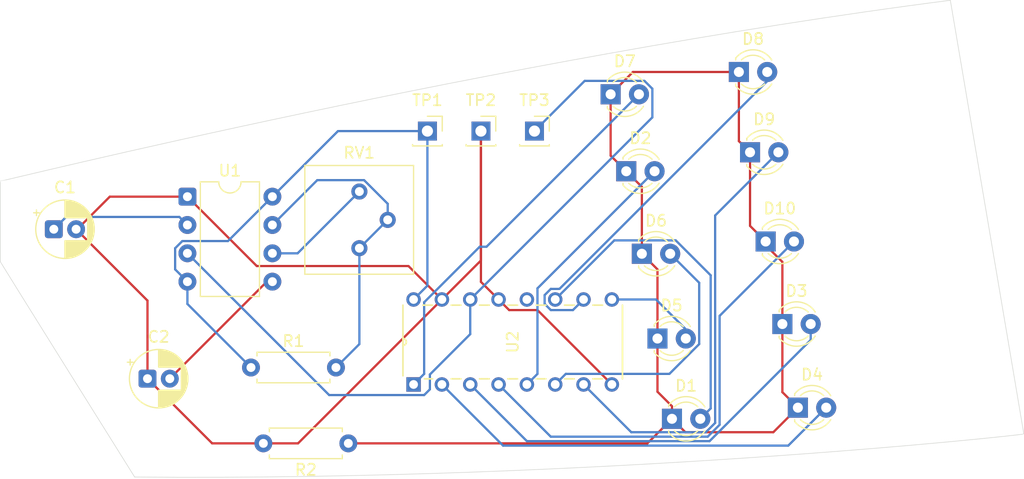
<source format=kicad_pcb>
(kicad_pcb (version 20241229) (generator "pcbnew") (generator_version "9.0")
  (layers (0 "F.Cu" signal) (2 "B.Cu" signal) (13 "F.Paste" user) (15 "B.Paste" user) (5 "F.SilkS" user "F.Silkscreen") (7 "B.SilkS" user "B.Silkscreen") (1 "F.Mask" user) (3 "B.Mask" user) (25 "Edge.Cuts" user))
  (net 0 "")
  (net 1 "TR")
  (net 2 "GND")
  (net 3 "Net-(U1-CV)")
  (net 4 "Net-(D1-A)")
  (net 5 "Net-(D1-K)")
  (net 6 "Net-(D2-A)")
  (net 7 "Net-(D3-A)")
  (net 8 "Net-(D4-A)")
  (net 9 "Net-(D5-A)")
  (net 10 "Net-(D6-A)")
  (net 11 "Net-(D7-A)")
  (net 12 "Net-(D8-A)")
  (net 13 "Net-(D9-A)")
  (net 14 "Net-(D10-A)")
  (net 15 "+5V")
  (net 16 "Net-(U1-DIS)")
  (net 17 "Net-(U1-THR)")
  (net 18 "OUT")
  (footprint "LED_THT:LED_D3.0mm" (layer "F.Cu") (at 162.93 90.9)
    (property "Reference" "D9" (at 1.27 -2.96 0) (layer "F.SilkS"))
    (property "Value" "LED")
    (pad "1" thru_hole rect (at 0 0) (size 1.8 1.8) (drill 0.9) (layers "*.Cu" "*.Mask") (net 5 "Net-(D1-K)"))
    (pad "2" thru_hole circle (at 2.54 0) (size 1.8 1.8) (drill 0.9) (layers "*.Cu" "*.Mask") (net 13 "Net-(D9-A)"))
  )
  (footprint "Connector_PinSocket_2.54mm:PinSocket_1x01_P2.54mm_Vertical" (layer "F.Cu") (at 138.8 89)
    (property "Reference" "TP2" (at 0 -2.77 0) (layer "F.SilkS"))
    (property "Value" "TestPoint")
    (pad "1" thru_hole rect (at 0 0) (size 1.7 1.7) (drill 1) (layers "*.Cu" "*.Mask") (net 2 "GND"))
  )
  (footprint "Resistor_THT:R_Axial_DIN0207_L6.3mm_D2.5mm_P7.62mm_Horizontal" (layer "F.Cu") (at 118.18 110.2)
    (property "Reference" "R1" (at 3.81 -2.37 0) (layer "F.SilkS"))
    (property "Value" "1k")
    (pad "1" thru_hole circle (at 0 0) (size 1.6 1.6) (drill 0.8) (layers "*.Cu" "*.Mask") (net 15 "+5V"))
    (pad "2" thru_hole circle (at 7.62 0) (size 1.6 1.6) (drill 0.8) (layers "*.Cu" "*.Mask") (net 16 "Net-(U1-DIS)"))
  )
  (footprint "Capacitor_THT:CP_Radial_D5.0mm_P2.00mm" (layer "F.Cu") (at 100.5 97.8)
    (property "Reference" "C1" (at 1 -3.75 0) (layer "F.SilkS"))
    (property "Value" "1 uF")
    (pad "1" thru_hole roundrect (at 0 0) (size 1.6 1.6) (drill 0.8) (layers "*.Cu" "*.Mask") (roundrect_rratio 0.15625) (net 1 "TR"))
    (pad "2" thru_hole circle (at 2 0) (size 1.6 1.6) (drill 0.8) (layers "*.Cu" "*.Mask") (net 2 "GND"))
  )
  (footprint "LED_THT:LED_D3.0mm" (layer "F.Cu") (at 167.22 113.8)
    (property "Reference" "D4" (at 1.27 -2.96 0) (layer "F.SilkS"))
    (property "Value" "LED")
    (pad "1" thru_hole rect (at 0 0) (size 1.8 1.8) (drill 0.9) (layers "*.Cu" "*.Mask") (net 5 "Net-(D1-K)"))
    (pad "2" thru_hole circle (at 2.54 0) (size 1.8 1.8) (drill 0.9) (layers "*.Cu" "*.Mask") (net 8 "Net-(D4-A)"))
  )
  (footprint "LED_THT:LED_D3.0mm" (layer "F.Cu") (at 155.93 114.8)
    (property "Reference" "D1" (at 1.27 -2.96 0) (layer "F.SilkS"))
    (property "Value" "LED")
    (pad "1" thru_hole rect (at 0 0) (size 1.8 1.8) (drill 0.9) (layers "*.Cu" "*.Mask") (net 5 "Net-(D1-K)"))
    (pad "2" thru_hole circle (at 2.54 0) (size 1.8 1.8) (drill 0.9) (layers "*.Cu" "*.Mask") (net 4 "Net-(D1-A)"))
  )
  (footprint "Package_DIP:DIP-8_W7.62mm" (layer "F.Cu") (at 112.48 94.88)
    (property "Reference" "U1" (at 3.81 -2.33 0) (layer "F.SilkS"))
    (property "Value" "NE555P")
    (pad "1" thru_hole roundrect (at 0 0) (size 1.6 1.6) (drill 0.8) (layers "*.Cu" "*.Mask") (roundrect_rratio 0.15625) (net 2 "GND"))
    (pad "2" thru_hole circle (at 0 2.54) (size 1.6 1.6) (drill 0.8) (layers "*.Cu" "*.Mask") (net 1 "TR"))
    (pad "3" thru_hole circle (at 0 5.08) (size 1.6 1.6) (drill 0.8) (layers "*.Cu" "*.Mask") (net 18 "OUT"))
    (pad "4" thru_hole circle (at 0 7.62) (size 1.6 1.6) (drill 0.8) (layers "*.Cu" "*.Mask") (net 15 "+5V"))
    (pad "5" thru_hole circle (at 7.62 7.62) (size 1.6 1.6) (drill 0.8) (layers "*.Cu" "*.Mask") (net 3 "Net-(U1-CV)"))
    (pad "6" thru_hole circle (at 7.62 5.08) (size 1.6 1.6) (drill 0.8) (layers "*.Cu" "*.Mask") (net 17 "Net-(U1-THR)"))
    (pad "7" thru_hole circle (at 7.62 2.54) (size 1.6 1.6) (drill 0.8) (layers "*.Cu" "*.Mask") (net 16 "Net-(U1-DIS)"))
    (pad "8" thru_hole circle (at 7.62 0) (size 1.6 1.6) (drill 0.8) (layers "*.Cu" "*.Mask") (net 15 "+5V"))
  )
  (footprint "Potentiometer_THT:Potentiometer_Bourns_3386P_Vertical" (layer "F.Cu") (at 127.9 99.5)
    (property "Reference" "RV1" (at -0.015 -8.555 0) (layer "F.SilkS"))
    (property "Value" "50k")
    (pad "1" thru_hole circle (at 0 0) (size 1.44 1.44) (drill 0.8) (layers "*.Cu" "*.Mask") (net 16 "Net-(U1-DIS)"))
    (pad "2" thru_hole circle (at 2.54 -2.54) (size 1.44 1.44) (drill 0.8) (layers "*.Cu" "*.Mask") (net 16 "Net-(U1-DIS)"))
    (pad "3" thru_hole circle (at 0 -5.08) (size 1.44 1.44) (drill 0.8) (layers "*.Cu" "*.Mask") (net 17 "Net-(U1-THR)"))
  )
  (footprint "Connector_PinSocket_2.54mm:PinSocket_1x01_P2.54mm_Vertical" (layer "F.Cu") (at 143.6 89)
    (property "Reference" "TP3" (at 0 -2.77 0) (layer "F.SilkS"))
    (property "Value" "TestPoint")
    (pad "1" thru_hole rect (at 0 0) (size 1.7 1.7) (drill 1) (layers "*.Cu" "*.Mask") (net 18 "OUT"))
  )
  (footprint "LED_THT:LED_D3.0mm" (layer "F.Cu") (at 165.83 106.3)
    (property "Reference" "D3" (at 1.27 -2.96 0) (layer "F.SilkS"))
    (property "Value" "LED")
    (pad "1" thru_hole rect (at 0 0) (size 1.8 1.8) (drill 0.9) (layers "*.Cu" "*.Mask") (net 5 "Net-(D1-K)"))
    (pad "2" thru_hole circle (at 2.54 0) (size 1.8 1.8) (drill 0.9) (layers "*.Cu" "*.Mask") (net 7 "Net-(D3-A)"))
  )
  (footprint "LED_THT:LED_D3.0mm" (layer "F.Cu") (at 154.63 107.6)
    (property "Reference" "D5" (at 1.27 -2.96 0) (layer "F.SilkS"))
    (property "Value" "LED")
    (pad "1" thru_hole rect (at 0 0) (size 1.8 1.8) (drill 0.9) (layers "*.Cu" "*.Mask") (net 5 "Net-(D1-K)"))
    (pad "2" thru_hole circle (at 2.54 0) (size 1.8 1.8) (drill 0.9) (layers "*.Cu" "*.Mask") (net 9 "Net-(D5-A)"))
  )
  (footprint "LED_THT:LED_D3.0mm" (layer "F.Cu") (at 164.33 98.9)
    (property "Reference" "D10" (at 1.27 -2.96 0) (layer "F.SilkS"))
    (property "Value" "LED")
    (pad "1" thru_hole rect (at 0 0) (size 1.8 1.8) (drill 0.9) (layers "*.Cu" "*.Mask") (net 5 "Net-(D1-K)"))
    (pad "2" thru_hole circle (at 2.54 0) (size 1.8 1.8) (drill 0.9) (layers "*.Cu" "*.Mask") (net 14 "Net-(D10-A)"))
  )
  (footprint "Connector_PinSocket_2.54mm:PinSocket_1x01_P2.54mm_Vertical" (layer "F.Cu") (at 134 89)
    (property "Reference" "TP1" (at 0 -2.77 0) (layer "F.SilkS"))
    (property "Value" "TestPoint")
    (pad "1" thru_hole rect (at 0 0) (size 1.7 1.7) (drill 1) (layers "*.Cu" "*.Mask") (net 15 "+5V"))
  )
  (footprint "Capacitor_THT:CP_Radial_D5.0mm_P2.00mm" (layer "F.Cu") (at 108.9 111.2)
    (property "Reference" "C2" (at 1 -3.75 0) (layer "F.SilkS"))
    (property "Value" "0.01 uF")
    (pad "1" thru_hole roundrect (at 0 0) (size 1.6 1.6) (drill 0.8) (layers "*.Cu" "*.Mask") (roundrect_rratio 0.15625) (net 2 "GND"))
    (pad "2" thru_hole circle (at 2 0) (size 1.6 1.6) (drill 0.8) (layers "*.Cu" "*.Mask") (net 3 "Net-(U1-CV)"))
  )
  (footprint "LED_THT:LED_D3.0mm" (layer "F.Cu") (at 151.83 92.6)
    (property "Reference" "D2" (at 1.27 -2.96 0) (layer "F.SilkS"))
    (property "Value" "LED")
    (pad "1" thru_hole rect (at 0 0) (size 1.8 1.8) (drill 0.9) (layers "*.Cu" "*.Mask") (net 5 "Net-(D1-K)"))
    (pad "2" thru_hole circle (at 2.54 0) (size 1.8 1.8) (drill 0.9) (layers "*.Cu" "*.Mask") (net 6 "Net-(D2-A)"))
  )
  (footprint "LED_THT:LED_D3.0mm" (layer "F.Cu") (at 153.23 100)
    (property "Reference" "D6" (at 1.27 -2.96 0) (layer "F.SilkS"))
    (property "Value" "LED")
    (pad "1" thru_hole rect (at 0 0) (size 1.8 1.8) (drill 0.9) (layers "*.Cu" "*.Mask") (net 5 "Net-(D1-K)"))
    (pad "2" thru_hole circle (at 2.54 0) (size 1.8 1.8) (drill 0.9) (layers "*.Cu" "*.Mask") (net 10 "Net-(D6-A)"))
  )
  (footprint "LED_THT:LED_D3.0mm" (layer "F.Cu") (at 150.43 85.7)
    (property "Reference" "D7" (at 1.27 -2.96 0) (layer "F.SilkS"))
    (property "Value" "LED")
    (pad "1" thru_hole rect (at 0 0) (size 1.8 1.8) (drill 0.9) (layers "*.Cu" "*.Mask") (net 5 "Net-(D1-K)"))
    (pad "2" thru_hole circle (at 2.54 0) (size 1.8 1.8) (drill 0.9) (layers "*.Cu" "*.Mask") (net 11 "Net-(D7-A)"))
  )
  (footprint "LED_THT:LED_D3.0mm" (layer "F.Cu") (at 161.93 83.7)
    (property "Reference" "D8" (at 1.27 -2.96 0) (layer "F.SilkS"))
    (property "Value" "LED")
    (pad "1" thru_hole rect (at 0 0) (size 1.8 1.8) (drill 0.9) (layers "*.Cu" "*.Mask") (net 5 "Net-(D1-K)"))
    (pad "2" thru_hole circle (at 2.54 0) (size 1.8 1.8) (drill 0.9) (layers "*.Cu" "*.Mask") (net 12 "Net-(D8-A)"))
  )
  (footprint "pretty]:N16" (layer "F.Cu") (at 150.54 104.1 90)
    (property "Reference" "U2" (at -3.81 -8.89 90) (layer "F.SilkS"))
    (property "Value" "4017")
    (pad "1" thru_hole rect (at -7.62 -17.78 90) (size 1.2954 1.2954) (drill 0.7874) (layers "*.Cu" "*.Mask") (net 11 "Net-(D7-A)"))
    (pad "2" thru_hole circle (at -7.62 -15.24 90) (size 1.2954 1.2954) (drill 0.7874) (layers "*.Cu" "*.Mask") (net 8 "Net-(D4-A)"))
    (pad "3" thru_hole circle (at -7.62 -12.7 90) (size 1.2954 1.2954) (drill 0.7874) (layers "*.Cu" "*.Mask") (net 7 "Net-(D3-A)"))
    (pad "4" thru_hole circle (at -7.62 -10.16 90) (size 1.2954 1.2954) (drill 0.7874) (layers "*.Cu" "*.Mask") (net 14 "Net-(D10-A)"))
    (pad "5" thru_hole circle (at -7.62 -7.62 90) (size 1.2954 1.2954) (drill 0.7874) (layers "*.Cu" "*.Mask") (net 6 "Net-(D2-A)"))
    (pad "6" thru_hole circle (at -7.62 -5.08 90) (size 1.2954 1.2954) (drill 0.7874) (layers "*.Cu" "*.Mask") (net 10 "Net-(D6-A)"))
    (pad "7" thru_hole circle (at -7.62 -2.54 90) (size 1.2954 1.2954) (drill 0.7874) (layers "*.Cu" "*.Mask") (net 13 "Net-(D9-A)"))
    (pad "8" thru_hole circle (at -7.62 0 90) (size 1.2954 1.2954) (drill 0.7874) (layers "*.Cu" "*.Mask") (net 2 "GND"))
    (pad "9" thru_hole circle (at 0 0 90) (size 1.2954 1.2954) (drill 0.7874) (layers "*.Cu" "*.Mask") (net 9 "Net-(D5-A)"))
    (pad "10" thru_hole circle (at 0 -2.54 90) (size 1.2954 1.2954) (drill 0.7874) (layers "*.Cu" "*.Mask") (net 12 "Net-(D8-A)"))
    (pad "11" thru_hole circle (at 0 -5.08 90) (size 1.2954 1.2954) (drill 0.7874) (layers "*.Cu" "*.Mask") (net 4 "Net-(D1-A)"))
    (pad "12" thru_hole circle (at 0 -7.62 90) (size 1.2954 1.2954) (drill 0.7874) (layers "*.Cu" "*.Mask"))
    (pad "13" thru_hole circle (at 0 -10.16 90) (size 1.2954 1.2954) (drill 0.7874) (layers "*.Cu" "*.Mask") (net 2 "GND"))
    (pad "14" thru_hole circle (at 0 -12.7 90) (size 1.2954 1.2954) (drill 0.7874) (layers "*.Cu" "*.Mask") (net 18 "OUT"))
    (pad "15" thru_hole circle (at 0 -15.24 90) (size 1.2954 1.2954) (drill 0.7874) (layers "*.Cu" "*.Mask") (net 2 "GND"))
    (pad "16" thru_hole circle (at 0 -17.78 90) (size 1.2954 1.2954) (drill 0.7874) (layers "*.Cu" "*.Mask") (net 15 "+5V"))
  )
  (footprint "Resistor_THT:R_Axial_DIN0207_L6.3mm_D2.5mm_P7.62mm_Horizontal" (layer "F.Cu") (at 126.91 117 180)
    (property "Reference" "R2" (at 3.81 -2.37 0) (layer "F.SilkS"))
    (property "Value" "470")
    (pad "1" thru_hole circle (at 0 0 180) (size 1.6 1.6) (drill 0.8) (layers "*.Cu" "*.Mask") (net 5 "Net-(D1-K)"))
    (pad "2" thru_hole circle (at 7.62 0 180) (size 1.6 1.6) (drill 0.8) (layers "*.Cu" "*.Mask") (net 2 "GND"))
  )
  (gr_curve (pts (xy 180.89 77.27) (xy 140.11 82.5) (xy 95.7 93.56) (xy 95.7 93.49)) (stroke (width 0.05)) (layer "Edge.Cuts"))
  (gr_curve (pts (xy 107.75 120.02) (xy 149.43 120.4) (xy 187.48 116.24) (xy 187.48 116.16)) (stroke (width 0.05)) (layer "Edge.Cuts"))
  (gr_curve (pts (xy 95.7 93.49) (xy 95.7 93.42) (xy 95.7 100.61) (xy 95.7 100.69)) (stroke (width 0.05)) (layer "Edge.Cuts"))
  (gr_curve (pts (xy 187.48 116.16) (xy 187.48 116.08) (xy 180.89 77.27) (xy 180.89 77.27)) (stroke (width 0.05)) (layer "Edge.Cuts"))
  (gr_curve (pts (xy 95.7 100.69) (xy 95.7 100.77) (xy 107.75 120.02) (xy 107.75 120.02)) (stroke (width 0.05)) (layer "Edge.Cuts"))
  (segment (start 100.5 97.8) (end 101.601 96.699) (width 0.2) (layer "B.Cu") (net 1))
  (segment (start 101.601 96.699) (end 111.759 96.699) (width 0.2) (layer "B.Cu") (net 1))
  (segment (start 111.759 96.699) (end 112.48 97.42) (width 0.2) (layer "B.Cu") (net 1))
  (segment (start 114.7 117) (end 108.9 111.2) (width 0.2) (layer "F.Cu") (net 2))
  (segment (start 140.38 104.1) (end 141.3287 105.0487) (width 0.2) (layer "F.Cu") (net 2))
  (segment (start 135.1 104.1) (end 135.1 103.6) (width 0.2) (layer "F.Cu") (net 2))
  (segment (start 135.3 104.1) (end 122.4 117) (width 0.2) (layer "F.Cu") (net 2))
  (segment (start 118.7 101.1) (end 132.3 101.1) (width 0.2) (layer "F.Cu") (net 2))
  (segment (start 138.8 100.6) (end 135.3 104.1) (width 0.2) (layer "F.Cu") (net 2))
  (segment (start 138.8 89) (end 138.8 100.6) (width 0.2) (layer "F.Cu") (net 2))
  (segment (start 105.52 94.88) (end 112.48 94.88) (width 0.2) (layer "F.Cu") (net 2))
  (segment (start 135.3 104.1) (end 135.1 104.1) (width 0.2) (layer "F.Cu") (net 2))
  (segment (start 143.8687 105.0487) (end 150.54 111.72) (width 0.2) (layer "F.Cu") (net 2))
  (segment (start 112.48 94.88) (end 118.7 101.1) (width 0.2) (layer "F.Cu") (net 2))
  (segment (start 138.8 102.52) (end 140.38 104.1) (width 0.2) (layer "F.Cu") (net 2))
  (segment (start 102.5 97.8) (end 102.6 97.8) (width 0.2) (layer "F.Cu") (net 2))
  (segment (start 102.6 97.8) (end 105.52 94.88) (width 0.2) (layer "F.Cu") (net 2))
  (segment (start 119.29 117) (end 114.7 117) (width 0.2) (layer "F.Cu") (net 2))
  (segment (start 132.3 101.1) (end 135.3 104.1) (width 0.2) (layer "F.Cu") (net 2))
  (segment (start 141.3287 105.0487) (end 143.8687 105.0487) (width 0.2) (layer "F.Cu") (net 2))
  (segment (start 138.8 89) (end 138.8 102.52) (width 0.2) (layer "F.Cu") (net 2))
  (segment (start 122.4 117) (end 119.29 117) (width 0.2) (layer "F.Cu") (net 2))
  (segment (start 108.9 111.2) (end 108.9 104.2) (width 0.2) (layer "F.Cu") (net 2))
  (segment (start 108.9 104.2) (end 102.5 97.8) (width 0.2) (layer "F.Cu") (net 2))
  (segment (start 110.9 111.2) (end 119.6 102.5) (width 0.2) (layer "F.Cu") (net 3))
  (segment (start 119.6 102.5) (end 120.1 102.5) (width 0.2) (layer "F.Cu") (net 3))
  (segment (start 159.4 113.87) (end 159.4 101.931529) (width 0.2) (layer "B.Cu") (net 4))
  (segment (start 159.4 101.931529) (end 156.267471 98.799) (width 0.2) (layer "B.Cu") (net 4))
  (segment (start 150.761 98.799) (end 145.46 104.1) (width 0.2) (layer "B.Cu") (net 4))
  (segment (start 156.267471 98.799) (end 150.761 98.799) (width 0.2) (layer "B.Cu") (net 4))
  (segment (start 158.47 114.8) (end 159.4 113.87) (width 0.2) (layer "B.Cu") (net 4))
  (segment (start 165.83 106.3) (end 165.83 112.41) (width 0.2) (layer "F.Cu") (net 5))
  (segment (start 161.93 89.9) (end 162.93 90.9) (width 0.2) (layer "F.Cu") (net 5))
  (segment (start 165.83 112.41) (end 167.22 113.8) (width 0.2) (layer "F.Cu") (net 5))
  (segment (start 162.93 97.5) (end 164.33 98.9) (width 0.2) (layer "F.Cu") (net 5))
  (segment (start 167.22 113.8) (end 165.019 116.001) (width 0.2) (layer "F.Cu") (net 5))
  (segment (start 164.33 99.23) (end 165.83 100.73) (width 0.2) (layer "F.Cu") (net 5))
  (segment (start 165.83 100.73) (end 165.83 106.3) (width 0.2) (layer "F.Cu") (net 5))
  (segment (start 150.43 91.2) (end 151.83 92.6) (width 0.2) (layer "F.Cu") (net 5))
  (segment (start 165.019 116.001) (end 157.131 116.001) (width 0.2) (layer "F.Cu") (net 5))
  (segment (start 162.93 90.9) (end 162.93 97.5) (width 0.2) (layer "F.Cu") (net 5))
  (segment (start 153.23 94) (end 151.83 92.6) (width 0.2) (layer "F.Cu") (net 5))
  (segment (start 164.33 98.9) (end 164.33 99.23) (width 0.2) (layer "F.Cu") (net 5))
  (segment (start 154.63 112.37) (end 154.63 107.6) (width 0.2) (layer "F.Cu") (net 5))
  (segment (start 153.23 100) (end 153.23 94) (width 0.2) (layer "F.Cu") (net 5))
  (segment (start 150.43 85.7) (end 150.43 91.2) (width 0.2) (layer "F.Cu") (net 5))
  (segment (start 155.93 114.8) (end 155.93 113.67) (width 0.2) (layer "F.Cu") (net 5))
  (segment (start 155.93 113.67) (end 154.63 112.37) (width 0.2) (layer "F.Cu") (net 5))
  (segment (start 150.43 85.7) (end 152.43 83.7) (width 0.2) (layer "F.Cu") (net 5))
  (segment (start 153.73 117) (end 155.93 114.8) (width 0.2) (layer "F.Cu") (net 5))
  (segment (start 161.93 83.7) (end 161.93 89.9) (width 0.2) (layer "F.Cu") (net 5))
  (segment (start 154.63 107.6) (end 154.63 101.4) (width 0.2) (layer "F.Cu") (net 5))
  (segment (start 154.63 101.4) (end 153.23 100) (width 0.2) (layer "F.Cu") (net 5))
  (segment (start 157.131 116.001) (end 155.93 114.8) (width 0.2) (layer "F.Cu") (net 5))
  (segment (start 126.91 117) (end 153.73 117) (width 0.2) (layer "F.Cu") (net 5))
  (segment (start 152.43 83.7) (end 161.93 83.7) (width 0.2) (layer "F.Cu") (net 5))
  (segment (start 143.8687 110.7713) (end 142.92 111.72) (width 0.2) (layer "B.Cu") (net 6))
  (segment (start 154.37 92.6) (end 143.8687 103.1013) (width 0.2) (layer "B.Cu") (net 6))
  (segment (start 143.8687 103.1013) (end 143.8687 110.7713) (width 0.2) (layer "B.Cu") (net 6))
  (segment (start 159.299671 116.803) (end 142.923 116.803) (width 0.2) (layer "B.Cu") (net 7))
  (segment (start 168.37 107.732671) (end 159.299671 116.803) (width 0.2) (layer "B.Cu") (net 7))
  (segment (start 142.923 116.803) (end 137.84 111.72) (width 0.2) (layer "B.Cu") (net 7))
  (segment (start 168.37 106.3) (end 168.37 107.732671) (width 0.2) (layer "B.Cu") (net 7))
  (segment (start 140.784 117.204) (end 135.3 111.72) (width 0.2) (layer "B.Cu") (net 8))
  (segment (start 169.76 113.8) (end 166.356 117.204) (width 0.2) (layer "B.Cu") (net 8))
  (segment (start 166.356 117.204) (end 140.784 117.204) (width 0.2) (layer "B.Cu") (net 8))
  (segment (start 157.7 107.3) (end 154.5 104.1) (width 0.2) (layer "B.Cu") (net 9))
  (segment (start 157.17 107.6) (end 157.4 107.6) (width 0.2) (layer "B.Cu") (net 9))
  (segment (start 157.4 107.6) (end 157.7 107.3) (width 0.2) (layer "B.Cu") (net 9))
  (segment (start 154.5 104.1) (end 150.54 104.1) (width 0.2) (layer "B.Cu") (net 9))
  (segment (start 158.371 108.097471) (end 155.697171 110.7713) (width 0.2) (layer "B.Cu") (net 10))
  (segment (start 155.697171 110.7713) (end 146.4087 110.7713) (width 0.2) (layer "B.Cu") (net 10))
  (segment (start 146.4087 110.7713) (end 145.46 111.72) (width 0.2) (layer "B.Cu") (net 10))
  (segment (start 158.371 102.601) (end 158.371 108.097471) (width 0.2) (layer "B.Cu") (net 10))
  (segment (start 155.77 100) (end 158.371 102.601) (width 0.2) (layer "B.Cu") (net 10))
  (segment (start 139.3 99.37) (end 138.688335 99.37) (width 0.2) (layer "B.Cu") (net 11))
  (segment (start 152.97 85.7) (end 139.3 99.37) (width 0.2) (layer "B.Cu") (net 11))
  (segment (start 133.7087 110.7713) (end 132.76 111.72) (width 0.2) (layer "B.Cu") (net 11))
  (segment (start 133.7087 104.349635) (end 133.7087 110.7713) (width 0.2) (layer "B.Cu") (net 11))
  (segment (start 138.688335 99.37) (end 133.7087 104.349635) (width 0.2) (layer "B.Cu") (net 11))
  (segment (start 144.5113 104.492965) (end 145.067035 105.0487) (width 0.2) (layer "B.Cu") (net 12))
  (segment (start 164.47 84.5229) (end 145.8416 103.1513) (width 0.2) (layer "B.Cu") (net 12))
  (segment (start 145.067035 105.0487) (end 147.0513 105.0487) (width 0.2) (layer "B.Cu") (net 12))
  (segment (start 147.0513 105.0487) (end 148 104.1) (width 0.2) (layer "B.Cu") (net 12))
  (segment (start 164.47 83.7) (end 164.47 84.5229) (width 0.2) (layer "B.Cu") (net 12))
  (segment (start 144.5113 103.707035) (end 144.5113 104.492965) (width 0.2) (layer "B.Cu") (net 12))
  (segment (start 145.067035 103.1513) (end 144.5113 103.707035) (width 0.2) (layer "B.Cu") (net 12))
  (segment (start 145.8416 103.1513) (end 145.067035 103.1513) (width 0.2) (layer "B.Cu") (net 12))
  (segment (start 148 111.72) (end 148.22 111.72) (width 0.2) (layer "F.Cu") (net 13))
  (segment (start 148.22 111.72) (end 148.5 112) (width 0.2) (layer "F.Cu") (net 13))
  (segment (start 165.47 90.9) (end 159.801 96.569) (width 0.2) (layer "B.Cu") (net 13))
  (segment (start 152.281 116.001) (end 148 111.72) (width 0.2) (layer "B.Cu") (net 13))
  (segment (start 159.801 96.569) (end 159.801 115.167471) (width 0.2) (layer "B.Cu") (net 13))
  (segment (start 158.967471 116.001) (end 152.281 116.001) (width 0.2) (layer "B.Cu") (net 13))
  (segment (start 159.801 115.167471) (end 158.967471 116.001) (width 0.2) (layer "B.Cu") (net 13))
  (segment (start 160.202 115.333571) (end 159.133571 116.402) (width 0.2) (layer "B.Cu") (net 14))
  (segment (start 159.133571 116.402) (end 145.062 116.402) (width 0.2) (layer "B.Cu") (net 14))
  (segment (start 145.062 116.402) (end 140.38 111.72) (width 0.2) (layer "B.Cu") (net 14))
  (segment (start 166.87 98.9) (end 160.202 105.568) (width 0.2) (layer "B.Cu") (net 14))
  (segment (start 160.202 105.568) (end 160.202 115.333571) (width 0.2) (layer "B.Cu") (net 14))
  (segment (start 120.28 94.88) (end 120.4 95) (width 0.2) (layer "F.Cu") (net 15))
  (segment (start 112.48 104.5) (end 118.18 110.2) (width 0.2) (layer "B.Cu") (net 15))
  (segment (start 134 102.86) (end 132.76 104.1) (width 0.2) (layer "B.Cu") (net 15))
  (segment (start 111.379 99.50395) (end 111.379 101.399) (width 0.2) (layer "B.Cu") (net 15))
  (segment (start 134 89) (end 134 102.86) (width 0.2) (layer "B.Cu") (net 15))
  (segment (start 112.48 102.5) (end 112.48 104.5) (width 0.2) (layer "B.Cu") (net 15))
  (segment (start 112.02395 98.859) (end 111.379 99.50395) (width 0.2) (layer "B.Cu") (net 15))
  (segment (start 120.1 94.88) (end 116.121 98.859) (width 0.2) (layer "B.Cu") (net 15))
  (segment (start 116.121 98.859) (end 112.02395 98.859) (width 0.2) (layer "B.Cu") (net 15))
  (segment (start 111.379 101.399) (end 112.48 102.5) (width 0.2) (layer "B.Cu") (net 15))
  (segment (start 134 89) (end 125.98 89) (width 0.2) (layer "B.Cu") (net 15))
  (segment (start 125.98 89) (end 120.1 94.88) (width 0.2) (layer "B.Cu") (net 15))
  (segment (start 130.44 95.516087) (end 130.44 96.96) (width 0.2) (layer "B.Cu") (net 16))
  (segment (start 128.322913 93.399) (end 130.44 95.516087) (width 0.2) (layer "B.Cu") (net 16))
  (segment (start 128 99.6) (end 128 99.7) (width 0.2) (layer "B.Cu") (net 16))
  (segment (start 124.121 93.399) (end 128.322913 93.399) (width 0.2) (layer "B.Cu") (net 16))
  (segment (start 127.9 99.5) (end 130.44 96.96) (width 0.2) (layer "B.Cu") (net 16))
  (segment (start 127.9 108.1) (end 125.8 110.2) (width 0.2) (layer "B.Cu") (net 16))
  (segment (start 127.9 99.5) (end 127.9 108.1) (width 0.2) (layer "B.Cu") (net 16))
  (segment (start 120.1 97.42) (end 124.121 93.399) (width 0.2) (layer "B.Cu") (net 16))
  (segment (start 120.1 99.96) (end 122.36 99.96) (width 0.2) (layer "B.Cu") (net 17))
  (segment (start 122.36 99.96) (end 127.9 94.42) (width 0.2) (layer "B.Cu") (net 17))
  (segment (start 137.84 107.2071) (end 134.22355 110.82355) (width 0.2) (layer "B.Cu") (net 18))
  (segment (start 154.171 87.769) (end 137.84 104.1) (width 0.2) (layer "B.Cu") (net 18))
  (segment (start 148.101 84.499) (end 153.467471 84.499) (width 0.2) (layer "B.Cu") (net 18))
  (segment (start 133.7087 112.6687) (end 125.1887 112.6687) (width 0.2) (layer "B.Cu") (net 18))
  (segment (start 137.84 104.1) (end 137.84 107.2071) (width 0.2) (layer "B.Cu") (net 18))
  (segment (start 143.6 89) (end 148.101 84.499) (width 0.2) (layer "B.Cu") (net 18))
  (segment (start 125.1887 112.6687) (end 112.48 99.96) (width 0.2) (layer "B.Cu") (net 18))
  (segment (start 154.171 85.202529) (end 154.171 87.769) (width 0.2) (layer "B.Cu") (net 18))
  (segment (start 153.467471 84.499) (end 154.171 85.202529) (width 0.2) (layer "B.Cu") (net 18))
  (segment (start 134.22355 110.82355) (end 134.22355 112.15385) (width 0.2) (layer "B.Cu") (net 18))
  (segment (start 143.8 88.8) (end 144 88.8) (width 0.2) (layer "B.Cu") (net 18))
  (segment (start 143.6 89) (end 143.8 88.8) (width 0.2) (layer "B.Cu") (net 18))
  (segment (start 134.22355 112.15385) (end 133.7087 112.6687) (width 0.2) (layer "B.Cu") (net 18))
)
</source>
